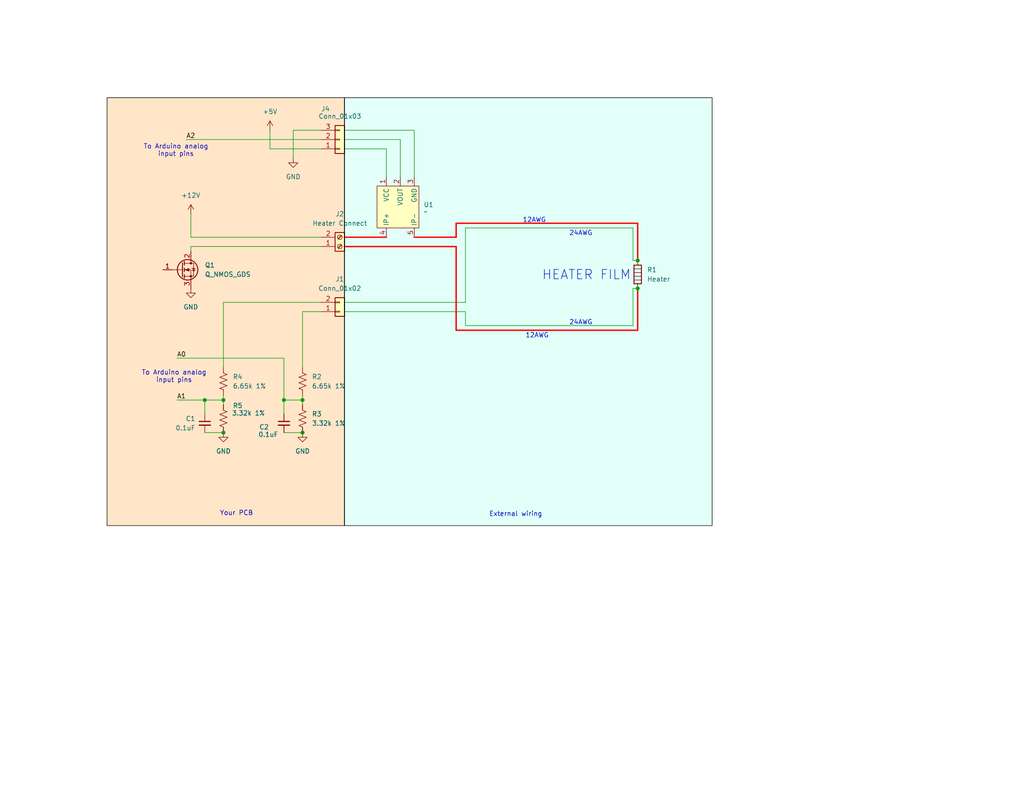
<source format=kicad_sch>
(kicad_sch (version 20231120) (generator "eeschema") (generator_version "8.0")
  (paper "USLetter")
  (lib_symbols
    (symbol "Connector:Screw_Terminal_01x02" (pin_names (offset 1.016) hide)
      (property "Reference" "J" (at 0 2.54 0))
      (property "Value" "Screw_Terminal_01x02" (at 0 -5.08 0))
      (symbol "Screw_Terminal_01x02_1_1"
        (rectangle (start -1.27 1.27) (end 1.27 -3.81) (stroke (width 0.254)) (fill (type background)))
        (circle (center 0 -2.54) (radius 0.635) (stroke (width 0.1524)))
        (polyline (pts (xy -0.5334 -2.2098) (xy 0.3302 -3.048)) (stroke (width 0.1524)))
        (polyline (pts (xy -0.5334 0.3302) (xy 0.3302 -0.508)) (stroke (width 0.1524)))
        (polyline (pts (xy -0.3556 -2.032) (xy 0.508 -2.8702)) (stroke (width 0.1524)))
        (polyline (pts (xy -0.3556 0.508) (xy 0.508 -0.3302)) (stroke (width 0.1524)))
        (circle (center 0 0) (radius 0.635) (stroke (width 0.1524)))
        (pin passive line (at -5.08 0 0) (length 3.81) (name "Pin_1") (number "1"))
        (pin passive line (at -5.08 -2.54 0) (length 3.81) (name "Pin_2") (number "2"))
      )
    )
    (symbol "Connector_Generic:Conn_01x02" (pin_names (offset 1.016) hide)
      (property "Reference" "J" (at 0 2.54 0))
      (property "Value" "Conn_01x02" (at 0 -5.08 0))
      (symbol "Conn_01x02_1_1"
        (rectangle (start -1.27 -2.413) (end 0 -2.667) (stroke (width 0.1524)))
        (rectangle (start -1.27 0.127) (end 0 -0.127) (stroke (width 0.1524)))
        (rectangle (start -1.27 1.27) (end 1.27 -3.81) (stroke (width 0.254)) (fill (type background)))
        (pin passive line (at -5.08 0 0) (length 3.81) (name "Pin_1") (number "1"))
        (pin passive line (at -5.08 -2.54 0) (length 3.81) (name "Pin_2") (number "2"))
      )
    )
    (symbol "Connector_Generic:Conn_01x03" (pin_names (offset 1.016) hide)
      (property "Reference" "J" (at 0 5.08 0))
      (property "Value" "Conn_01x03" (at 0 -5.08 0))
      (symbol "Conn_01x03_1_1"
        (rectangle (start -1.27 -2.413) (end 0 -2.667) (stroke (width 0.1524)))
        (rectangle (start -1.27 0.127) (end 0 -0.127) (stroke (width 0.1524)))
        (rectangle (start -1.27 2.667) (end 0 2.413) (stroke (width 0.1524)))
        (rectangle (start -1.27 3.81) (end 1.27 -3.81) (stroke (width 0.254)) (fill (type background)))
        (pin passive line (at -5.08 2.54 0) (length 3.81) (name "Pin_1") (number "1"))
        (pin passive line (at -5.08 0 0) (length 3.81) (name "Pin_2") (number "2"))
        (pin passive line (at -5.08 -2.54 0) (length 3.81) (name "Pin_3") (number "3"))
      )
    )
    (symbol "Device:C_Small" (pin_numbers hide) (pin_names (offset 0.254) hide)
      (property "Reference" "C" (at 0.254 1.778 0))
      (property "Value" "C_Small" (at 0.254 -2.032 0))
      (symbol "C_Small_0_1"
        (polyline (pts (xy -1.524 -0.508) (xy 1.524 -0.508)) (stroke (width 0.3302)))
        (polyline (pts (xy -1.524 0.508) (xy 1.524 0.508)) (stroke (width 0.3048)))
      )
      (symbol "C_Small_1_1"
        (pin passive line (at 0 2.54 270) (length 2.032) (name "~") (number "1"))
        (pin passive line (at 0 -2.54 90) (length 2.032) (name "~") (number "2"))
      )
    )
    (symbol "Device:Heater" (pin_numbers hide) (pin_names (offset 0))
      (property "Reference" "R" (at 2.032 0 90))
      (property "Value" "Heater" (at -2.032 0 90))
      (symbol "Heater_0_1"
        (rectangle (start -1.016 -2.54) (end 1.016 2.54) (stroke (width 0.254)))
        (polyline (pts (xy -1.016 1.524) (xy 1.016 1.524)))
        (polyline (pts (xy 1.016 -1.524) (xy -1.016 -1.524)))
        (polyline (pts (xy 1.016 -0.508) (xy -1.016 -0.508)))
        (polyline (pts (xy 1.016 0.508) (xy -1.016 0.508)))
      )
      (symbol "Heater_1_1"
        (pin passive line (at 0 3.81 270) (length 1.27) (name "~") (number "1"))
        (pin passive line (at 0 -3.81 90) (length 1.27) (name "~") (number "2"))
      )
    )
    (symbol "Device:Q_NMOS_GDS" (pin_names (offset 0) hide)
      (property "Reference" "Q" (at 5.08 1.27 0))
      (property "Value" "Q_NMOS_GDS" (at 5.08 -1.27 0))
      (symbol "Q_NMOS_GDS_0_1"
        (polyline (pts (xy 0.254 0) (xy -2.54 0)))
        (polyline (pts (xy 0.254 1.905) (xy 0.254 -1.905)) (stroke (width 0.254)))
        (polyline (pts (xy 0.762 -1.27) (xy 0.762 -2.286)) (stroke (width 0.254)))
        (polyline (pts (xy 0.762 0.508) (xy 0.762 -0.508)) (stroke (width 0.254)))
        (polyline (pts (xy 0.762 2.286) (xy 0.762 1.27)) (stroke (width 0.254)))
        (polyline (pts (xy 2.54 2.54) (xy 2.54 1.778)))
        (polyline (pts (xy 2.54 -2.54) (xy 2.54 0) (xy 0.762 0)))
        (polyline (pts (xy 0.762 -1.778) (xy 3.302 -1.778) (xy 3.302 1.778) (xy 0.762 1.778)))
        (polyline (pts (xy 1.016 0) (xy 2.032 0.381) (xy 2.032 -0.381) (xy 1.016 0)) (fill (type outline)))
        (polyline (pts (xy 2.794 0.508) (xy 2.921 0.381) (xy 3.683 0.381) (xy 3.81 0.254)))
        (polyline (pts (xy 3.302 0.381) (xy 2.921 -0.254) (xy 3.683 -0.254) (xy 3.302 0.381)))
        (circle (center 1.651 0) (radius 2.794) (stroke (width 0.254)))
        (circle (center 2.54 -1.778) (radius 0.254) (fill (type outline)))
        (circle (center 2.54 1.778) (radius 0.254) (fill (type outline)))
      )
      (symbol "Q_NMOS_GDS_1_1"
        (pin input line (at -5.08 0 0) (length 2.54) (name "G") (number "1"))
        (pin passive line (at 2.54 5.08 270) (length 2.54) (name "D") (number "2"))
        (pin passive line (at 2.54 -5.08 90) (length 2.54) (name "S") (number "3"))
      )
    )
    (symbol "Device:R_US" (pin_numbers hide) (pin_names (offset 0))
      (property "Reference" "R" (at 2.54 0 90))
      (property "Value" "R_US" (at -2.54 0 90))
      (symbol "R_US_0_1"
        (polyline (pts (xy 0 -2.286) (xy 0 -2.54)))
        (polyline (pts (xy 0 2.286) (xy 0 2.54)))
        (polyline (pts (xy 0 -0.762) (xy 1.016 -1.143) (xy 0 -1.524) (xy -1.016 -1.905) (xy 0 -2.286)))
        (polyline (pts (xy 0 0.762) (xy 1.016 0.381) (xy 0 0) (xy -1.016 -0.381) (xy 0 -0.762)))
        (polyline (pts (xy 0 2.286) (xy 1.016 1.905) (xy 0 1.524) (xy -1.016 1.143) (xy 0 0.762)))
      )
      (symbol "R_US_1_1"
        (pin passive line (at 0 3.81 270) (length 1.27) (name "~") (number "1"))
        (pin passive line (at 0 -3.81 90) (length 1.27) (name "~") (number "2"))
      )
    )
    (symbol "my_ACS:ACS712_module"
      (property "Reference" "U" (at 3.81 4.318 0))
      (symbol "ACS712_module_1_1"
        (rectangle (start 2.54 2.54) (end 13.97 -8.89) (fill (type background)))
        (pin input line (at 16.51 0 180) (length 2.54) (name "VCC") (number "1"))
        (pin input line (at 16.51 -3.81 180) (length 2.54) (name "VOUT") (number "2"))
        (pin input line (at 16.51 -7.62 180) (length 2.54) (name "GND") (number "3"))
        (pin input line (at 0 0 0) (length 2.54) (name "IP+") (number "4"))
        (pin input line (at 0 -7.62 0) (length 2.54) (name "IP-") (number "5"))
      )
    )
    (symbol "power:+12V" (power) (pin_numbers hide) (pin_names (offset 0) hide)
      (property "Value" "+12V" (at 0 3.556 0))
      (symbol "+12V_0_1"
        (polyline (pts (xy -0.762 1.27) (xy 0 2.54)))
        (polyline (pts (xy 0 0) (xy 0 2.54)))
        (polyline (pts (xy 0 2.54) (xy 0.762 1.27)))
      )
      (symbol "+12V_1_1"
        (pin power_in line (at 0 0 90) (length 0) (name "~") (number "1"))
      )
    )
    (symbol "power:+5V" (power) (pin_numbers hide) (pin_names (offset 0) hide)
      (property "Value" "+5V" (at 0 3.556 0))
      (symbol "+5V_0_1"
        (polyline (pts (xy -0.762 1.27) (xy 0 2.54)))
        (polyline (pts (xy 0 0) (xy 0 2.54)))
        (polyline (pts (xy 0 2.54) (xy 0.762 1.27)))
      )
      (symbol "+5V_1_1"
        (pin power_in line (at 0 0 90) (length 0) (name "~") (number "1"))
      )
    )
    (symbol "power:GND" (power) (pin_numbers hide) (pin_names (offset 0) hide)
      (property "Value" "GND" (at 0 -3.81 0))
      (symbol "GND_0_1"
        (polyline (pts (xy 0 0) (xy 0 -1.27) (xy 1.27 -1.27) (xy 0 -2.54) (xy -1.27 -1.27) (xy 0 -1.27)))
      )
      (symbol "GND_1_1"
        (pin power_in line (at 0 0 270) (length 0) (name "~") (number "1"))
      )
    )
  )
  (junction (at 82.55 118.11))
  (junction (at 77.47 109.22))
  (junction (at 173.99 78.74))
  (junction (at 60.96 109.22))
  (junction (at 55.88 109.22))
  (junction (at 60.96 118.11))
  (junction (at 173.99 71.12))
  (junction (at 82.55 109.22))
  (wire (pts (xy 93.98 64.77) (xy 105.41 64.77)) (stroke (width 0.381) (color 255 0 0 1)))
  (wire (pts (xy 82.55 109.22) (xy 82.55 110.49)))
  (wire (pts (xy 87.63 67.31) (xy 52.07 67.31)))
  (wire (pts (xy 127 82.55) (xy 127 62.23)))
  (wire (pts (xy 105.41 40.64) (xy 105.41 48.26)))
  (wire (pts (xy 93.98 82.55) (xy 127 82.55)))
  (wire (pts (xy 127 85.09) (xy 127 88.9)))
  (wire (pts (xy 60.96 109.22) (xy 60.96 110.49)))
  (wire (pts (xy 77.47 109.22) (xy 82.55 109.22)))
  (wire (pts (xy 77.47 109.22) (xy 77.47 113.03)))
  (wire (pts (xy 82.55 85.09) (xy 87.63 85.09)))
  (wire (pts (xy 93.98 38.1) (xy 109.22 38.1)))
  (wire (pts (xy 55.88 109.22) (xy 60.96 109.22)))
  (wire (pts (xy 77.47 109.22) (xy 77.47 97.79)))
  (wire (pts (xy 48.26 109.22) (xy 55.88 109.22)))
  (wire (pts (xy 172.72 62.23) (xy 172.72 71.12)))
  (wire (pts (xy 52.07 58.42) (xy 52.07 64.77)))
  (wire (pts (xy 52.07 67.31) (xy 52.07 68.58)))
  (wire (pts (xy 82.55 85.09) (xy 82.55 100.33)))
  (wire (pts (xy 55.88 109.22) (xy 55.88 113.03)))
  (wire (pts (xy 172.72 88.9) (xy 172.72 78.74)))
  (wire (pts (xy 87.63 82.55) (xy 60.96 82.55)))
  (wire (pts (xy 60.96 107.95) (xy 60.96 109.22)))
  (wire (pts (xy 50.8 38.1) (xy 87.63 38.1)))
  (wire (pts (xy 93.98 40.64) (xy 105.41 40.64)))
  (wire (pts (xy 109.22 38.1) (xy 109.22 48.26)))
  (wire (pts (xy 73.66 35.56) (xy 73.66 40.64)))
  (wire (pts (xy 55.88 118.11) (xy 60.96 118.11)))
  (wire (pts (xy 124.46 67.31) (xy 124.46 90.17)) (stroke (width 0.381) (color 255 0 0 1)))
  (wire (pts (xy 113.03 35.56) (xy 113.03 48.26)))
  (wire (pts (xy 173.99 78.74) (xy 173.99 90.17)) (stroke (width 0.381) (color 255 0 0 1)))
  (wire (pts (xy 87.63 64.77) (xy 52.07 64.77)))
  (wire (pts (xy 173.99 71.12) (xy 173.99 60.96)) (stroke (width 0.381) (color 255 0 0 1)))
  (wire (pts (xy 82.55 107.95) (xy 82.55 109.22)))
  (wire (pts (xy 93.98 67.31) (xy 124.46 67.31)) (stroke (width 0.381) (color 255 0 0 1)))
  (wire (pts (xy 60.96 82.55) (xy 60.96 100.33)))
  (wire (pts (xy 124.46 90.17) (xy 173.99 90.17)) (stroke (width 0.381) (color 255 0 0 1)))
  (wire (pts (xy 80.01 35.56) (xy 87.63 35.56)))
  (wire (pts (xy 124.46 60.96) (xy 173.99 60.96)) (stroke (width 0.381) (color 255 0 0 1)))
  (wire (pts (xy 93.98 35.56) (xy 113.03 35.56)))
  (wire (pts (xy 124.46 64.77) (xy 124.46 60.96)) (stroke (width 0.381) (color 255 0 0 1)))
  (wire (pts (xy 48.26 97.79) (xy 77.47 97.79)))
  (wire (pts (xy 113.03 64.77) (xy 124.46 64.77)) (stroke (width 0.381) (color 255 0 0 1)))
  (wire (pts (xy 77.47 118.11) (xy 82.55 118.11)))
  (wire (pts (xy 172.72 71.12) (xy 173.99 71.12)))
  (wire (pts (xy 93.98 85.09) (xy 127 85.09)))
  (wire (pts (xy 127 88.9) (xy 172.72 88.9)))
  (wire (pts (xy 127 62.23) (xy 172.72 62.23)))
  (wire (pts (xy 172.72 78.74) (xy 173.99 78.74)))
  (wire (pts (xy 73.66 40.64) (xy 87.63 40.64)))
  (wire (pts (xy 80.01 43.18) (xy 80.01 35.56)))
  (rectangle (start 29.21 26.67) (end 93.98 143.51) (stroke (width 0) (color 0 0 0 0.25)) (fill (type color) (color 255 165 52 0.27)))
  (rectangle (start 93.98 26.67) (end 194.31 143.51) (stroke (width 0) (color 0 0 0 0.25)) (fill (type color) (color 149 255 232 0.27)))
  (text "24AWG" (at 158.496 63.754 0) (effects (font (size 1.27 1.27))))
  (text "HEATER FILM" (at 160.02 75.184 0) (effects (font (size 2.54 2.54))))
  (text "Your PCB" (at 64.516 140.208 0) (effects (font (size 1.27 1.27))))
  (text "12AWG" (at 146.558 91.694 0) (effects (font (size 1.27 1.27))))
  (text "12AWG" (at 145.796 60.198 0) (effects (font (size 1.27 1.27))))
  (text "External wiring" (at 140.716 140.462 0) (effects (font (size 1.27 1.27))))
  (text "To Arduino analog\ninput pins" (at 47.498 102.87 0) (effects (font (size 1.27 1.27))))
  (text "24AWG" (at 158.496 88.138 0) (effects (font (size 1.27 1.27))))
  (text "To Arduino analog\ninput pins" (at 48.006 41.148 0) (effects (font (size 1.27 1.27))))
  (label "A2" (at 50.8 38.1 0))
  (label "A1" (at 48.26 109.22 0))
  (label "A0" (at 48.26 97.79 0))
  (symbol (lib_id "power:GND") (at 80.01 43.18 0) (unit 1)
    (property "Reference" "#PWR05" (effects (hide yes)))
    (property "Value" "GND" (at 80.01 48.26 0))
    (property "Description" "Power symbol creates a global label with name \"GND\" , ground" (effects (hide yes)))
  )
  (symbol (lib_id "Device:R_US") (at 82.55 104.14 0) (unit 1)
    (property "Reference" "R2" (at 85.09 102.8699 0) (effects (justify left)))
    (property "Value" "6.65k 1%" (at 85.09 105.4099 0) (effects (justify left)))
    (property "Description" "Resistor, US symbol" (effects (hide yes)))
  )
  (symbol (lib_id "Connector_Generic:Conn_01x02") (at 92.71 85.09 0) (mirror x) (unit 1)
    (property "Reference" "J1" (at 92.71 76.2 0))
    (property "Value" "Conn_01x02" (at 92.71 78.74 0))
    (property "Description" "Generic connector, single row, 01x02, script generated (kicad-library-utils/schlib/autogen/connector/)" (effects (hide yes)))
  )
  (symbol (lib_id "Device:Heater") (at 173.99 74.93 0) (unit 1)
    (property "Reference" "R1" (at 176.53 73.6599 0) (effects (justify left)))
    (property "Value" "Heater" (at 176.53 76.1999 0) (effects (justify left)))
    (property "Description" "Resistive heater" (effects (hide yes)))
  )
  (symbol (lib_id "my_ACS:ACS712_module") (at 105.41 64.77 90) (unit 1)
    (property "Reference" "U1" (at 115.57 55.8799 90) (effects (justify right)))
    (property "Value" "~" (at 115.57 57.785 90) (effects (justify right)))
  )
  (symbol (lib_id "power:+12V") (at 52.07 58.42 0) (unit 1)
    (property "Reference" "#PWR01" (effects (hide yes)))
    (property "Value" "+12V" (at 52.07 53.34 0))
    (property "Description" "Power symbol creates a global label with name \"+12V\"" (effects (hide yes)))
  )
  (symbol (lib_id "Device:C_Small") (at 55.88 115.57 0) (unit 1)
    (property "Reference" "C1" (at 53.34 114.3062 0) (effects (justify right)))
    (property "Value" "0.1uF" (at 53.34 116.8462 0) (effects (justify right)))
    (property "Description" "Unpolarized capacitor, small symbol" (effects (hide yes)))
  )
  (symbol (lib_id "Device:Q_NMOS_GDS") (at 49.53 73.66 0) (unit 1)
    (property "Reference" "Q1" (at 55.88 72.39 0) (effects (justify left)))
    (property "Value" "Q_NMOS_GDS" (at 55.88 74.93 0) (effects (justify left)))
    (property "Footprint" "Package_TO_SOT_THT:TO-220-3_Vertical" (effects (hide yes)))
    (property "Datasheet" "https://assets.nexperia.com/documents/data-sheet/PSMN1R1-30PL.pdf" (effects (hide yes)))
    (property "Catalog No" "1727-5291-ND" (effects (hide yes)))
    (property "Vendor" "Digikey" (effects (hide yes)))
  )
  (symbol (lib_id "Device:R_US") (at 60.96 104.14 0) (unit 1)
    (property "Reference" "R4" (at 63.5 102.8699 0) (effects (justify left)))
    (property "Value" "6.65k 1%" (at 63.5 105.4099 0) (effects (justify left)))
    (property "Description" "Resistor, US symbol" (effects (hide yes)))
  )
  (symbol (lib_id "power:GND") (at 82.55 118.11 0) (unit 1)
    (property "Reference" "#PWR03" (effects (hide yes)))
    (property "Value" "GND" (at 82.55 123.19 0))
    (property "Description" "Power symbol creates a global label with name \"GND\" , ground" (effects (hide yes)))
  )
  (symbol (lib_id "Device:C_Small") (at 77.47 115.57 0) (unit 1)
    (property "Reference" "C2" (at 73.406 116.586 0) (effects (justify right)))
    (property "Value" "0.1uF" (at 75.946 118.618 0) (effects (justify right)))
    (property "Description" "Unpolarized capacitor, small symbol" (effects (hide yes)))
  )
  (symbol (lib_id "power:+5V") (at 73.66 35.56 0) (unit 1)
    (property "Reference" "#PWR06" (effects (hide yes)))
    (property "Value" "+5V" (at 73.66 30.48 0))
    (property "Description" "Power symbol creates a global label with name \"+5V\"" (effects (hide yes)))
  )
  (symbol (lib_id "Device:R_US") (at 82.55 114.3 0) (unit 1)
    (property "Reference" "R3" (at 85.09 113.0299 0) (effects (justify left)))
    (property "Value" "3.32k 1%" (at 85.09 115.5699 0) (effects (justify left)))
    (property "Description" "Resistor, US symbol" (effects (hide yes)))
  )
  (symbol (lib_id "Device:R_US") (at 60.96 114.3 0) (unit 1)
    (property "Reference" "R5" (at 63.5 110.744 0) (effects (justify left)))
    (property "Value" "3.32k 1%" (at 63.246 112.776 0) (effects (justify left)))
    (property "Description" "Resistor, US symbol" (effects (hide yes)))
  )
  (symbol (lib_id "Connector:Screw_Terminal_01x02") (at 92.71 67.31 0) (mirror x) (unit 1)
    (property "Reference" "J2" (at 92.71 58.42 0))
    (property "Value" "Heater Connect" (at 92.71 60.96 0))
    (property "Footprint" "Connector_Molex:Molex_Mega-Fit_76825-0002_2x01_P5.70mm_Horizontal" (effects (hide yes)))
    (property "Datasheet" "https://mm.digikey.com/Volume0/opasdata/d220001/medias/docus/1100/Mega-Fit_Power_Conn.pdf" (effects (hide yes)))
    (property "Catalog No" "WM11969-ND" (effects (hide yes)))
    (property "Vendor" "Digikey" (effects (hide yes)))
  )
  (symbol (lib_id "power:GND") (at 52.07 78.74 0) (unit 1)
    (property "Reference" "#PWR02" (effects (hide yes)))
    (property "Value" "GND" (at 52.07 83.82 0))
    (property "Description" "Power symbol creates a global label with name \"GND\" , ground" (effects (hide yes)))
  )
  (symbol (lib_id "power:GND") (at 60.96 118.11 0) (unit 1)
    (property "Reference" "#PWR04" (effects (hide yes)))
    (property "Value" "GND" (at 60.96 123.19 0))
    (property "Description" "Power symbol creates a global label with name \"GND\" , ground" (effects (hide yes)))
  )
  (symbol (lib_id "Connector_Generic:Conn_01x03") (at 92.71 38.1 0) (mirror x) (unit 1)
    (property "Reference" "J4" (at 87.63 29.718 0) (effects (justify left)))
    (property "Value" "Conn_01x03" (at 86.868 31.75 0) (effects (justify left)))
    (property "Description" "Generic connector, single row, 01x03, script generated (kicad-library-utils/schlib/autogen/connector/)" (effects (hide yes)))
  )
)
</source>
